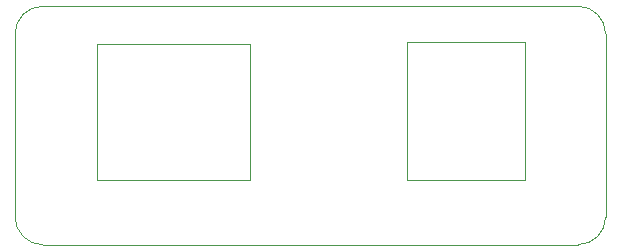
<source format=gm1>
G04 #@! TF.GenerationSoftware,KiCad,Pcbnew,(5.1.10)-1*
G04 #@! TF.CreationDate,2022-01-19T22:44:00+01:00*
G04 #@! TF.ProjectId,ELPanelBack,454c5061-6e65-46c4-9261-636b2e6b6963,3.0*
G04 #@! TF.SameCoordinates,Original*
G04 #@! TF.FileFunction,Profile,NP*
%FSLAX46Y46*%
G04 Gerber Fmt 4.6, Leading zero omitted, Abs format (unit mm)*
G04 Created by KiCad (PCBNEW (5.1.10)-1) date 2022-01-19 22:44:00*
%MOMM*%
%LPD*%
G01*
G04 APERTURE LIST*
G04 #@! TA.AperFunction,Profile*
%ADD10C,0.050000*%
G04 #@! TD*
G04 APERTURE END LIST*
D10*
X164450000Y-102400000D02*
X164450000Y-90700000D01*
X174450000Y-102400000D02*
X164450000Y-102400000D01*
X174450000Y-90700000D02*
X174450000Y-102400000D01*
X164450000Y-90700000D02*
X174450000Y-90700000D01*
X138200000Y-102400000D02*
X138200000Y-90900000D01*
X151200000Y-102400000D02*
X138200000Y-102400000D01*
X151200000Y-90900000D02*
X151200000Y-102400000D01*
X138200000Y-90900000D02*
X151200000Y-90900000D01*
X131300000Y-105550000D02*
G75*
G03*
X133650000Y-107900000I2350000J0D01*
G01*
X178950000Y-107900000D02*
G75*
G03*
X181300000Y-105550000I0J2350000D01*
G01*
X181300000Y-90050000D02*
G75*
G03*
X178950000Y-87700000I-2350000J0D01*
G01*
X133650000Y-87700000D02*
G75*
G03*
X131300000Y-90050000I0J-2350000D01*
G01*
X181300000Y-90050000D02*
X181300000Y-105550000D01*
X131300000Y-90050000D02*
X131300000Y-105550000D01*
X133650000Y-107900000D02*
X178950000Y-107900000D01*
X133650000Y-87700000D02*
X178950000Y-87700000D01*
M02*

</source>
